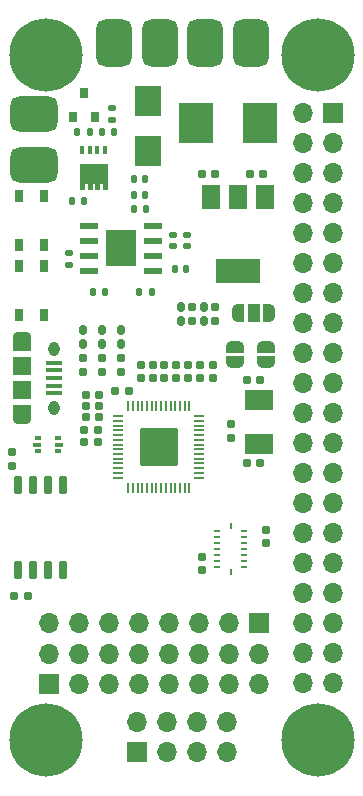
<source format=gbr>
%TF.GenerationSoftware,KiCad,Pcbnew,(6.0.0-0)*%
%TF.CreationDate,2022-10-07T18:10:28-04:00*%
%TF.ProjectId,hermes_v1,6865726d-6573-45f7-9631-2e6b69636164,rev?*%
%TF.SameCoordinates,Original*%
%TF.FileFunction,Soldermask,Top*%
%TF.FilePolarity,Negative*%
%FSLAX46Y46*%
G04 Gerber Fmt 4.6, Leading zero omitted, Abs format (unit mm)*
G04 Created by KiCad (PCBNEW (6.0.0-0)) date 2022-10-07 18:10:28*
%MOMM*%
%LPD*%
G01*
G04 APERTURE LIST*
G04 Aperture macros list*
%AMRoundRect*
0 Rectangle with rounded corners*
0 $1 Rounding radius*
0 $2 $3 $4 $5 $6 $7 $8 $9 X,Y pos of 4 corners*
0 Add a 4 corners polygon primitive as box body*
4,1,4,$2,$3,$4,$5,$6,$7,$8,$9,$2,$3,0*
0 Add four circle primitives for the rounded corners*
1,1,$1+$1,$2,$3*
1,1,$1+$1,$4,$5*
1,1,$1+$1,$6,$7*
1,1,$1+$1,$8,$9*
0 Add four rect primitives between the rounded corners*
20,1,$1+$1,$2,$3,$4,$5,0*
20,1,$1+$1,$4,$5,$6,$7,0*
20,1,$1+$1,$6,$7,$8,$9,0*
20,1,$1+$1,$8,$9,$2,$3,0*%
%AMFreePoly0*
4,1,22,0.500000,-0.750000,0.000000,-0.750000,0.000000,-0.745033,-0.079941,-0.743568,-0.215256,-0.701293,-0.333266,-0.622738,-0.424486,-0.514219,-0.481581,-0.384460,-0.499164,-0.250000,-0.500000,-0.250000,-0.500000,0.250000,-0.499164,0.250000,-0.499963,0.256109,-0.478152,0.396186,-0.417904,0.524511,-0.324060,0.630769,-0.204165,0.706417,-0.067858,0.745374,0.000000,0.744959,0.000000,0.750000,
0.500000,0.750000,0.500000,-0.750000,0.500000,-0.750000,$1*%
%AMFreePoly1*
4,1,20,0.000000,0.744959,0.073905,0.744508,0.209726,0.703889,0.328688,0.626782,0.421226,0.519385,0.479903,0.390333,0.500000,0.250000,0.500000,-0.250000,0.499851,-0.262216,0.476331,-0.402017,0.414519,-0.529596,0.319384,-0.634700,0.198574,-0.708877,0.061801,-0.746166,0.000000,-0.745033,0.000000,-0.750000,-0.500000,-0.750000,-0.500000,0.750000,0.000000,0.750000,0.000000,0.744959,
0.000000,0.744959,$1*%
%AMFreePoly2*
4,1,22,0.550000,-0.750000,0.000000,-0.750000,0.000000,-0.745033,-0.079941,-0.743568,-0.215256,-0.701293,-0.333266,-0.622738,-0.424486,-0.514219,-0.481581,-0.384460,-0.499164,-0.250000,-0.500000,-0.250000,-0.500000,0.250000,-0.499164,0.250000,-0.499963,0.256109,-0.478152,0.396186,-0.417904,0.524511,-0.324060,0.630769,-0.204165,0.706417,-0.067858,0.745374,0.000000,0.744959,0.000000,0.750000,
0.550000,0.750000,0.550000,-0.750000,0.550000,-0.750000,$1*%
%AMFreePoly3*
4,1,20,0.000000,0.744959,0.073905,0.744508,0.209726,0.703889,0.328688,0.626782,0.421226,0.519385,0.479903,0.390333,0.500000,0.250000,0.500000,-0.250000,0.499851,-0.262216,0.476331,-0.402017,0.414519,-0.529596,0.319384,-0.634700,0.198574,-0.708877,0.061801,-0.746166,0.000000,-0.745033,0.000000,-0.750000,-0.550000,-0.750000,-0.550000,0.750000,0.000000,0.750000,0.000000,0.744959,
0.000000,0.744959,$1*%
%AMFreePoly4*
4,1,17,1.395000,0.765000,0.855000,0.765000,0.855000,0.535000,1.395000,0.535000,1.395000,0.115000,0.855000,0.115000,0.855000,-0.115000,1.395000,-0.115000,1.395000,-0.535000,0.855000,-0.535000,0.855000,-0.765000,1.395000,-0.765000,1.395000,-1.185000,-0.855000,-1.185000,-0.855000,1.185000,1.395000,1.185000,1.395000,0.765000,1.395000,0.765000,$1*%
G04 Aperture macros list end*
%ADD10R,0.254000X0.482600*%
%ADD11R,0.482600X0.254000*%
%ADD12RoundRect,0.155000X0.155000X-0.212500X0.155000X0.212500X-0.155000X0.212500X-0.155000X-0.212500X0*%
%ADD13RoundRect,0.155000X0.212500X0.155000X-0.212500X0.155000X-0.212500X-0.155000X0.212500X-0.155000X0*%
%ADD14RoundRect,0.155000X-0.155000X0.212500X-0.155000X-0.212500X0.155000X-0.212500X0.155000X0.212500X0*%
%ADD15RoundRect,0.160000X0.160000X-0.222500X0.160000X0.222500X-0.160000X0.222500X-0.160000X-0.222500X0*%
%ADD16RoundRect,0.750000X1.250000X-0.750000X1.250000X0.750000X-1.250000X0.750000X-1.250000X-0.750000X0*%
%ADD17RoundRect,0.750000X-0.750000X-1.250000X0.750000X-1.250000X0.750000X1.250000X-0.750000X1.250000X0*%
%ADD18RoundRect,0.160000X-0.197500X-0.160000X0.197500X-0.160000X0.197500X0.160000X-0.197500X0.160000X0*%
%ADD19RoundRect,0.160000X-0.160000X0.197500X-0.160000X-0.197500X0.160000X-0.197500X0.160000X0.197500X0*%
%ADD20RoundRect,0.050000X0.050000X-0.387500X0.050000X0.387500X-0.050000X0.387500X-0.050000X-0.387500X0*%
%ADD21RoundRect,0.050000X0.387500X-0.050000X0.387500X0.050000X-0.387500X0.050000X-0.387500X-0.050000X0*%
%ADD22RoundRect,0.144000X1.456000X-1.456000X1.456000X1.456000X-1.456000X1.456000X-1.456000X-1.456000X0*%
%ADD23RoundRect,0.150000X0.150000X-0.650000X0.150000X0.650000X-0.150000X0.650000X-0.150000X-0.650000X0*%
%ADD24R,2.400000X1.700000*%
%ADD25RoundRect,0.750000X-1.250000X0.750000X-1.250000X-0.750000X1.250000X-0.750000X1.250000X0.750000X0*%
%ADD26RoundRect,0.155000X-0.212500X-0.155000X0.212500X-0.155000X0.212500X0.155000X-0.212500X0.155000X0*%
%ADD27R,0.650000X1.050000*%
%ADD28R,1.350000X0.400000*%
%ADD29O,1.550000X0.890000*%
%ADD30R,1.550000X1.500000*%
%ADD31O,0.950000X1.250000*%
%ADD32R,1.550000X1.200000*%
%ADD33RoundRect,0.160000X0.160000X-0.197500X0.160000X0.197500X-0.160000X0.197500X-0.160000X-0.197500X0*%
%ADD34FreePoly0,270.000000*%
%ADD35FreePoly1,270.000000*%
%ADD36RoundRect,0.160000X-0.160000X0.222500X-0.160000X-0.222500X0.160000X-0.222500X0.160000X0.222500X0*%
%ADD37R,0.500000X0.375000*%
%ADD38R,0.650000X0.300000*%
%ADD39FreePoly2,180.000000*%
%ADD40R,1.000000X1.500000*%
%ADD41FreePoly3,180.000000*%
%ADD42RoundRect,0.140000X-0.140000X-0.170000X0.140000X-0.170000X0.140000X0.170000X-0.140000X0.170000X0*%
%ADD43R,2.950000X3.500000*%
%ADD44RoundRect,0.140000X0.170000X-0.140000X0.170000X0.140000X-0.170000X0.140000X-0.170000X-0.140000X0*%
%ADD45RoundRect,0.135000X0.135000X0.185000X-0.135000X0.185000X-0.135000X-0.185000X0.135000X-0.185000X0*%
%ADD46R,2.600000X3.100000*%
%ADD47R,1.550000X0.600000*%
%ADD48C,6.200000*%
%ADD49RoundRect,0.135000X0.185000X-0.135000X0.185000X0.135000X-0.185000X0.135000X-0.185000X-0.135000X0*%
%ADD50R,1.700000X1.700000*%
%ADD51O,1.700000X1.700000*%
%ADD52RoundRect,0.140000X-0.170000X0.140000X-0.170000X-0.140000X0.170000X-0.140000X0.170000X0.140000X0*%
%ADD53RoundRect,0.140000X0.140000X0.170000X-0.140000X0.170000X-0.140000X-0.170000X0.140000X-0.170000X0*%
%ADD54R,0.420000X0.700000*%
%ADD55FreePoly4,270.000000*%
%ADD56R,0.800000X0.900000*%
%ADD57R,1.500000X2.000000*%
%ADD58R,3.800000X2.000000*%
%ADD59R,2.300000X2.500000*%
G04 APERTURE END LIST*
D10*
%TO.C,U1*%
X258617828Y-81798950D03*
D11*
X259773528Y-81387650D03*
X259773528Y-80887651D03*
X259773528Y-80387649D03*
X259773528Y-79887650D03*
X259773528Y-79387651D03*
X259773528Y-78887649D03*
X259773528Y-78387650D03*
D10*
X258617828Y-77976350D03*
D11*
X257462128Y-78387650D03*
X257462128Y-78887649D03*
X257462128Y-79387651D03*
X257462128Y-79887650D03*
X257462128Y-80387649D03*
X257462128Y-80887651D03*
X257462128Y-81387650D03*
%TD*%
D12*
%TO.C,C2*%
X261640000Y-79377500D03*
X261640000Y-78242500D03*
%TD*%
%TO.C,C1*%
X256200000Y-81707500D03*
X256200000Y-80572500D03*
%TD*%
D13*
%TO.C,C6*%
X247460000Y-67775000D03*
X246325000Y-67775000D03*
%TD*%
%TO.C,C8*%
X247460000Y-66825000D03*
X246325000Y-66825000D03*
%TD*%
D14*
%TO.C,C11*%
X256050000Y-64320000D03*
X256050000Y-65455000D03*
%TD*%
%TO.C,C12*%
X255000000Y-64320000D03*
X255000000Y-65455000D03*
%TD*%
%TO.C,C13*%
X254000000Y-64320000D03*
X254000000Y-65455000D03*
%TD*%
%TO.C,C14*%
X253000000Y-64320000D03*
X253000000Y-65455000D03*
%TD*%
%TO.C,C15*%
X252000000Y-64320000D03*
X252000000Y-65455000D03*
%TD*%
%TO.C,C16*%
X251000000Y-64320000D03*
X251000000Y-65455000D03*
%TD*%
D13*
%TO.C,C17*%
X261108750Y-72625000D03*
X259973750Y-72625000D03*
%TD*%
%TO.C,C18*%
X261133750Y-65592500D03*
X259998750Y-65592500D03*
%TD*%
D12*
%TO.C,C19*%
X240125000Y-72842500D03*
X240125000Y-71707500D03*
%TD*%
D15*
%TO.C,D2*%
X249300000Y-62510000D03*
X249300000Y-61365000D03*
%TD*%
%TO.C,D3*%
X247700000Y-62510000D03*
X247700000Y-61365000D03*
%TD*%
%TO.C,D4*%
X246100000Y-62510000D03*
X246100000Y-61365000D03*
%TD*%
D16*
%TO.C,P4*%
X242000000Y-43100000D03*
%TD*%
D17*
%TO.C,P1*%
X252600000Y-37025000D03*
%TD*%
%TO.C,P2*%
X248750000Y-37025000D03*
%TD*%
D18*
%TO.C,R7*%
X240252500Y-83875000D03*
X241447500Y-83875000D03*
%TD*%
D19*
%TO.C,R13*%
X247700000Y-63740000D03*
X247700000Y-64935000D03*
%TD*%
%TO.C,R14*%
X246100000Y-63740000D03*
X246100000Y-64935000D03*
%TD*%
D20*
%TO.C,U3*%
X249925000Y-74687500D03*
X250325000Y-74687500D03*
X250725000Y-74687500D03*
X251125000Y-74687500D03*
X251525000Y-74687500D03*
X251925000Y-74687500D03*
X252325000Y-74687500D03*
X252725000Y-74687500D03*
X253125000Y-74687500D03*
X253525000Y-74687500D03*
X253925000Y-74687500D03*
X254325000Y-74687500D03*
X254725000Y-74687500D03*
X255125000Y-74687500D03*
D21*
X255962500Y-73850000D03*
X255962500Y-73450000D03*
X255962500Y-73050000D03*
X255962500Y-72650000D03*
X255962500Y-72250000D03*
X255962500Y-71850000D03*
X255962500Y-71450000D03*
X255962500Y-71050000D03*
X255962500Y-70650000D03*
X255962500Y-70250000D03*
X255962500Y-69850000D03*
X255962500Y-69450000D03*
X255962500Y-69050000D03*
X255962500Y-68650000D03*
D20*
X255125000Y-67812500D03*
X254725000Y-67812500D03*
X254325000Y-67812500D03*
X253925000Y-67812500D03*
X253525000Y-67812500D03*
X253125000Y-67812500D03*
X252725000Y-67812500D03*
X252325000Y-67812500D03*
X251925000Y-67812500D03*
X251525000Y-67812500D03*
X251125000Y-67812500D03*
X250725000Y-67812500D03*
X250325000Y-67812500D03*
X249925000Y-67812500D03*
D21*
X249087500Y-68650000D03*
X249087500Y-69050000D03*
X249087500Y-69450000D03*
X249087500Y-69850000D03*
X249087500Y-70250000D03*
X249087500Y-70650000D03*
X249087500Y-71050000D03*
X249087500Y-71450000D03*
X249087500Y-71850000D03*
X249087500Y-72250000D03*
X249087500Y-72650000D03*
X249087500Y-73050000D03*
X249087500Y-73450000D03*
X249087500Y-73850000D03*
D22*
X252525000Y-71250000D03*
%TD*%
D23*
%TO.C,U4*%
X240645000Y-81700000D03*
X241915000Y-81700000D03*
X243185000Y-81700000D03*
X244455000Y-81700000D03*
X244455000Y-74500000D03*
X243185000Y-74500000D03*
X241915000Y-74500000D03*
X240645000Y-74500000D03*
%TD*%
D24*
%TO.C,Y1*%
X261000000Y-70975000D03*
X261000000Y-67275000D03*
%TD*%
D25*
%TO.C,P3*%
X242000000Y-47400000D03*
%TD*%
D17*
%TO.C,P6*%
X260300000Y-37025000D03*
%TD*%
%TO.C,P5*%
X256400000Y-37025000D03*
%TD*%
D26*
%TO.C,C9*%
X248832500Y-66550000D03*
X249967500Y-66550000D03*
%TD*%
D18*
%TO.C,R3*%
X246155000Y-70830000D03*
X247350000Y-70830000D03*
%TD*%
D27*
%TO.C,SW1*%
X240650000Y-55925000D03*
X240650000Y-60075000D03*
X242800000Y-55925000D03*
X242800000Y-60075000D03*
%TD*%
D28*
%TO.C,J2*%
X243650000Y-64125000D03*
X243650000Y-64775000D03*
X243650000Y-65425000D03*
X243650000Y-66075000D03*
X243650000Y-66725000D03*
D29*
X240950000Y-68925000D03*
X240950000Y-61925000D03*
D30*
X240950000Y-64425000D03*
D31*
X243650000Y-62925000D03*
D30*
X240950000Y-66425000D03*
D32*
X240950000Y-62525000D03*
D31*
X243650000Y-67925000D03*
D32*
X240950000Y-68325000D03*
%TD*%
D33*
%TO.C,R9*%
X258600000Y-70472500D03*
X258600000Y-69277500D03*
%TD*%
D14*
%TO.C,C10*%
X257100000Y-64320000D03*
X257100000Y-65455000D03*
%TD*%
D34*
%TO.C,JP3*%
X261600000Y-62750000D03*
D35*
X261600000Y-64050000D03*
%TD*%
D34*
%TO.C,JP2*%
X259000000Y-62750000D03*
D35*
X259000000Y-64050000D03*
%TD*%
D27*
%TO.C,SW2*%
X242825000Y-54162500D03*
X242825000Y-50012500D03*
X240675000Y-54162500D03*
X240675000Y-50012500D03*
%TD*%
D13*
%TO.C,C7*%
X247460000Y-68725000D03*
X246325000Y-68725000D03*
%TD*%
D19*
%TO.C,R12*%
X249300000Y-63740000D03*
X249300000Y-64935000D03*
%TD*%
%TO.C,R15*%
X257315000Y-59420000D03*
X257315000Y-60615000D03*
%TD*%
%TO.C,R16*%
X255340000Y-59420000D03*
X255340000Y-60615000D03*
%TD*%
D36*
%TO.C,D5*%
X256315000Y-59445000D03*
X256315000Y-60590000D03*
%TD*%
%TO.C,D6*%
X254365000Y-59445000D03*
X254365000Y-60590000D03*
%TD*%
D18*
%TO.C,R4*%
X246155000Y-69800000D03*
X247350000Y-69800000D03*
%TD*%
D37*
%TO.C,U7*%
X244025000Y-71587500D03*
D38*
X244100000Y-71050000D03*
D37*
X244025000Y-70512500D03*
X242325000Y-70512500D03*
D38*
X242250000Y-71050000D03*
D37*
X242325000Y-71587500D03*
%TD*%
D39*
%TO.C,JP1*%
X261850000Y-59900000D03*
D40*
X260550000Y-59900000D03*
D41*
X259250000Y-59900000D03*
%TD*%
D42*
%TO.C,C24*%
X253870000Y-56150000D03*
X254830000Y-56150000D03*
%TD*%
D43*
%TO.C,L2*%
X255675000Y-43800000D03*
X261125000Y-43800000D03*
%TD*%
D26*
%TO.C,C3*%
X256182500Y-48125000D03*
X257317500Y-48125000D03*
%TD*%
%TO.C,C5*%
X260207500Y-48125000D03*
X261342500Y-48125000D03*
%TD*%
D44*
%TO.C,C31*%
X253750000Y-54230000D03*
X253750000Y-53270000D03*
%TD*%
D45*
%TO.C,R8*%
X251910000Y-58125000D03*
X250890000Y-58125000D03*
%TD*%
D46*
%TO.C,U6*%
X249300000Y-54450000D03*
D47*
X246600000Y-52545000D03*
X246600000Y-53815000D03*
X246600000Y-55085000D03*
X246600000Y-56355000D03*
X252000000Y-56355000D03*
X252000000Y-55085000D03*
X252000000Y-53815000D03*
X252000000Y-52545000D03*
%TD*%
D48*
%TO.C,*%
X243000000Y-38100000D03*
%TD*%
D49*
%TO.C,R10*%
X244925000Y-55885000D03*
X244925000Y-54865000D03*
%TD*%
D50*
%TO.C,J3*%
X250700000Y-97100000D03*
D51*
X250700000Y-94560000D03*
X253240000Y-97100000D03*
X253240000Y-94560000D03*
X255780000Y-97100000D03*
X255780000Y-94560000D03*
X258320000Y-97100000D03*
X258320000Y-94560000D03*
%TD*%
D52*
%TO.C,C27*%
X254950000Y-53270000D03*
X254950000Y-54230000D03*
%TD*%
D50*
%TO.C,J1*%
X267275000Y-42965000D03*
D51*
X264735000Y-42965000D03*
X267275000Y-45505000D03*
X264735000Y-45505000D03*
X267275000Y-48045000D03*
X264735000Y-48045000D03*
X267275000Y-50585000D03*
X264735000Y-50585000D03*
X267275000Y-53125000D03*
X264735000Y-53125000D03*
X267275000Y-55665000D03*
X264735000Y-55665000D03*
X267275000Y-58205000D03*
X264735000Y-58205000D03*
X267275000Y-60745000D03*
X264735000Y-60745000D03*
X267275000Y-63285000D03*
X264735000Y-63285000D03*
X267275000Y-65825000D03*
X264735000Y-65825000D03*
X267275000Y-68365000D03*
X264735000Y-68365000D03*
X267275000Y-70905000D03*
X264735000Y-70905000D03*
X267275000Y-73445000D03*
X264735000Y-73445000D03*
X267275000Y-75985000D03*
X264735000Y-75985000D03*
X267275000Y-78525000D03*
X264735000Y-78525000D03*
X267275000Y-81065000D03*
X264735000Y-81065000D03*
X267275000Y-83605000D03*
X264735000Y-83605000D03*
X267275000Y-86145000D03*
X264735000Y-86145000D03*
X267275000Y-88685000D03*
X264735000Y-88685000D03*
X267275000Y-91225000D03*
X264735000Y-91225000D03*
%TD*%
D48*
%TO.C,*%
X266000000Y-38100000D03*
%TD*%
D53*
%TO.C,C28*%
X246180000Y-50425000D03*
X245220000Y-50425000D03*
%TD*%
D44*
%TO.C,C30*%
X248550000Y-43555000D03*
X248550000Y-42595000D03*
%TD*%
D42*
%TO.C,C32*%
X250445000Y-51075000D03*
X251405000Y-51075000D03*
%TD*%
D48*
%TO.C,*%
X243000000Y-96100000D03*
%TD*%
D53*
%TO.C,C29*%
X248705000Y-44600000D03*
X247745000Y-44600000D03*
%TD*%
D45*
%TO.C,R17*%
X246660000Y-44600000D03*
X245640000Y-44600000D03*
%TD*%
D54*
%TO.C,Q1*%
X247975000Y-46150000D03*
X247325000Y-46150000D03*
X246675000Y-46150000D03*
X246025000Y-46150000D03*
D55*
X247000000Y-48105000D03*
%TD*%
D50*
%TO.C,J8*%
X261025000Y-86200000D03*
D51*
X258485000Y-86200000D03*
X255945000Y-86200000D03*
X253405000Y-86200000D03*
X250865000Y-86200000D03*
X248325000Y-86200000D03*
X245785000Y-86200000D03*
X243245000Y-86200000D03*
%TD*%
D48*
%TO.C,*%
X266000000Y-96100000D03*
%TD*%
D50*
%TO.C,J9*%
X243225000Y-91300000D03*
D51*
X243225000Y-88760000D03*
X245765000Y-91300000D03*
X245765000Y-88760000D03*
X248305000Y-91300000D03*
X248305000Y-88760000D03*
X250845000Y-91300000D03*
X250845000Y-88760000D03*
X253385000Y-91300000D03*
X253385000Y-88760000D03*
X255925000Y-91300000D03*
X255925000Y-88760000D03*
X258465000Y-91300000D03*
X258465000Y-88760000D03*
X261005000Y-91300000D03*
X261005000Y-88760000D03*
%TD*%
D42*
%TO.C,C23*%
X250440000Y-49925000D03*
X251400000Y-49925000D03*
%TD*%
D56*
%TO.C,D8*%
X247150000Y-43325000D03*
X246200000Y-41325000D03*
X245250000Y-43325000D03*
%TD*%
D42*
%TO.C,C21*%
X250440000Y-48600000D03*
X251400000Y-48600000D03*
%TD*%
D57*
%TO.C,U2*%
X261535000Y-50095000D03*
D58*
X259235000Y-56395000D03*
D57*
X259235000Y-50095000D03*
X256935000Y-50095000D03*
%TD*%
D59*
%TO.C,D7*%
X251600000Y-46225000D03*
X251600000Y-41925000D03*
%TD*%
D45*
%TO.C,R11*%
X248010000Y-58100000D03*
X246990000Y-58100000D03*
%TD*%
M02*

</source>
